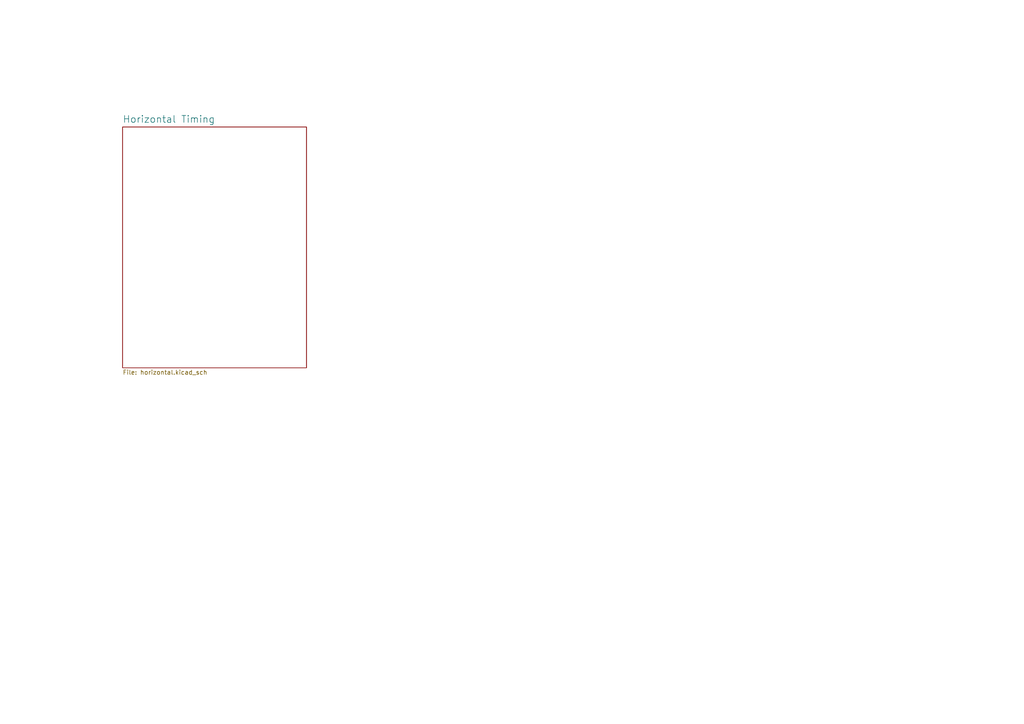
<source format=kicad_sch>
(kicad_sch (version 20211123) (generator eeschema)
  (paper "A4")
  (lib_symbols)
  (sheet (at 35.56 36.83) (size 53.34 69.85)
    (property "Sheet name" "Horizontal Timing" (at 35.56 35.7501 0) (effects (font (size 2.0066 2.0066)) (justify left bottom)))
    (property "Sheet file" "horizontal.kicad_sch" (at 35.56 107.2646 0) (effects (justify left top)))
  )
)
</source>
